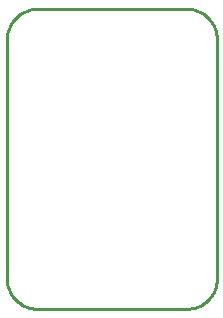
<source format=gbr>
G04 EAGLE Gerber RS-274X export*
G75*
%MOMM*%
%FSLAX34Y34*%
%LPD*%
%IN*%
%IPPOS*%
%AMOC8*
5,1,8,0,0,1.08239X$1,22.5*%
G01*
%ADD10C,0.254000*%


D10*
X0Y25400D02*
X97Y23186D01*
X386Y20989D01*
X865Y18826D01*
X1532Y16713D01*
X2380Y14666D01*
X3403Y12700D01*
X4594Y10831D01*
X5942Y9073D01*
X7440Y7440D01*
X9073Y5942D01*
X10831Y4594D01*
X12700Y3403D01*
X14666Y2380D01*
X16713Y1532D01*
X18826Y865D01*
X20989Y386D01*
X23186Y97D01*
X25400Y0D01*
X152400Y0D01*
X154614Y97D01*
X156811Y386D01*
X158974Y865D01*
X161087Y1532D01*
X163135Y2380D01*
X165100Y3403D01*
X166969Y4594D01*
X168727Y5942D01*
X170361Y7440D01*
X171858Y9073D01*
X173206Y10831D01*
X174397Y12700D01*
X175420Y14666D01*
X176268Y16713D01*
X176935Y18826D01*
X177414Y20989D01*
X177703Y23186D01*
X177800Y25400D01*
X177800Y228600D01*
X177703Y230814D01*
X177414Y233011D01*
X176935Y235174D01*
X176268Y237287D01*
X175420Y239335D01*
X174397Y241300D01*
X173206Y243169D01*
X171858Y244927D01*
X170361Y246561D01*
X168727Y248058D01*
X166969Y249406D01*
X165100Y250597D01*
X163135Y251620D01*
X161087Y252468D01*
X158974Y253135D01*
X156811Y253614D01*
X154614Y253903D01*
X152400Y254000D01*
X25400Y254000D01*
X23186Y253903D01*
X20989Y253614D01*
X18826Y253135D01*
X16713Y252468D01*
X14666Y251620D01*
X12700Y250597D01*
X10831Y249406D01*
X9073Y248058D01*
X7440Y246561D01*
X5942Y244927D01*
X4594Y243169D01*
X3403Y241300D01*
X2380Y239335D01*
X1532Y237287D01*
X865Y235174D01*
X386Y233011D01*
X97Y230814D01*
X0Y228600D01*
X0Y25400D01*
M02*

</source>
